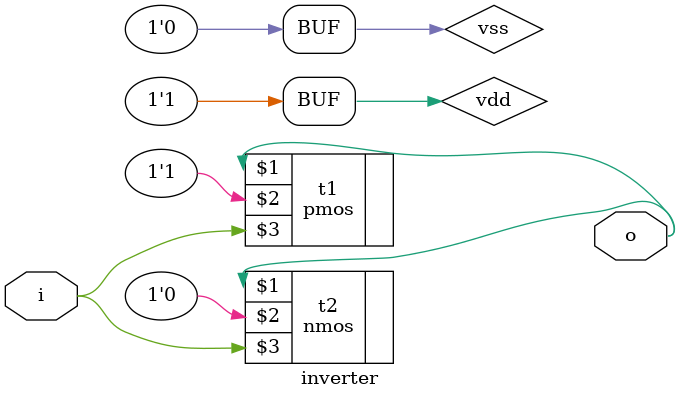
<source format=v>

module inverter(i,o);

//declare input and output ports
input i;
output o;

//declare supply and gnd
supply1 vdd;
supply0 vss;

//cmos logic
pmos t1(o,vdd,i);
nmos t2(o,vss,i);

//endmodule
endmodule


</source>
